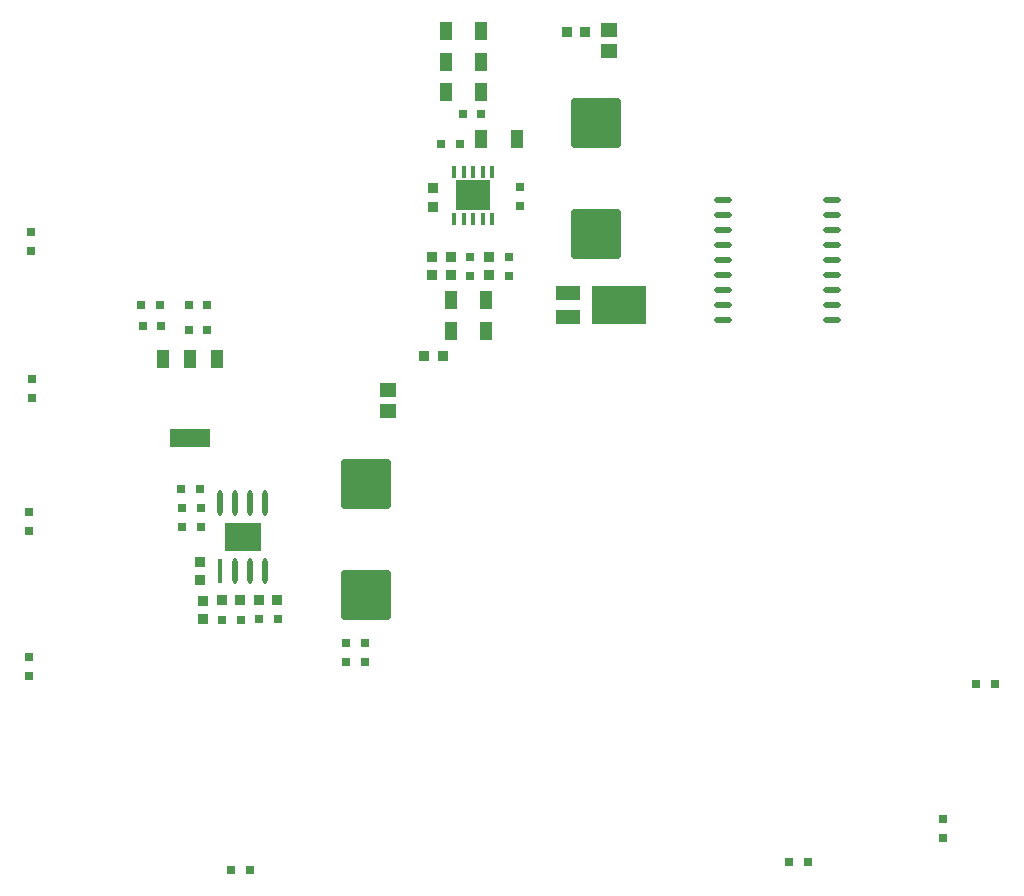
<source format=gbr>
%TF.GenerationSoftware,Altium Limited,Altium Designer,22.5.1 (42)*%
G04 Layer_Color=8421504*
%FSLAX44Y44*%
%MOMM*%
%TF.SameCoordinates,FC5E5A78-ED25-47B3-91C5-E03428921660*%
%TF.FilePolarity,Positive*%
%TF.FileFunction,Paste,Top*%
%TF.Part,Single*%
G01*
G75*
%TA.AperFunction,SMDPad,CuDef*%
%ADD11R,1.0000X1.6000*%
G04:AMPARAMS|DCode=12|XSize=1.45mm|YSize=0.43mm|CornerRadius=0.1075mm|HoleSize=0mm|Usage=FLASHONLY|Rotation=0.000|XOffset=0mm|YOffset=0mm|HoleType=Round|Shape=RoundedRectangle|*
%AMROUNDEDRECTD12*
21,1,1.4500,0.2150,0,0,0.0*
21,1,1.2350,0.4300,0,0,0.0*
1,1,0.2150,0.6175,-0.1075*
1,1,0.2150,-0.6175,-0.1075*
1,1,0.2150,-0.6175,0.1075*
1,1,0.2150,0.6175,0.1075*
%
%ADD12ROUNDEDRECTD12*%
G04:AMPARAMS|DCode=13|XSize=4.2mm|YSize=4.2mm|CornerRadius=0.21mm|HoleSize=0mm|Usage=FLASHONLY|Rotation=90.000|XOffset=0mm|YOffset=0mm|HoleType=Round|Shape=RoundedRectangle|*
%AMROUNDEDRECTD13*
21,1,4.2000,3.7800,0,0,90.0*
21,1,3.7800,4.2000,0,0,90.0*
1,1,0.4200,1.8900,1.8900*
1,1,0.4200,1.8900,-1.8900*
1,1,0.4200,-1.8900,-1.8900*
1,1,0.4200,-1.8900,1.8900*
%
%ADD13ROUNDEDRECTD13*%
%ADD14R,1.4700X1.1600*%
%ADD15R,0.8500X0.8500*%
%ADD16R,0.8000X0.8000*%
%ADD17R,0.8500X0.8500*%
%ADD18R,0.4000X1.0000*%
%ADD19R,3.0000X2.6000*%
%ADD20R,2.0000X1.3000*%
%ADD21R,4.6000X3.2000*%
%ADD22R,0.8000X0.8000*%
%ADD23R,3.1000X2.4000*%
%ADD24O,0.4500X2.1500*%
%ADD25R,0.4500X2.1500*%
%ADD26R,1.1000X1.5500*%
%ADD27R,1.1000X1.5500*%
%ADD28R,3.4500X1.5500*%
D11*
X-37000Y343000D02*
D03*
X-7000D02*
D03*
Y317000D02*
D03*
X-37000D02*
D03*
X-7000Y291000D02*
D03*
X-37000D02*
D03*
X-33000Y89458D02*
D03*
X-3000D02*
D03*
X-33000Y115000D02*
D03*
X-3000D02*
D03*
X23000Y252000D02*
D03*
X-7000D02*
D03*
D12*
X197700Y199800D02*
D03*
Y187100D02*
D03*
Y174400D02*
D03*
Y161700D02*
D03*
Y149000D02*
D03*
Y136300D02*
D03*
Y123600D02*
D03*
Y110900D02*
D03*
Y98200D02*
D03*
X290000Y199800D02*
D03*
Y187100D02*
D03*
Y174400D02*
D03*
Y161700D02*
D03*
Y149000D02*
D03*
Y136300D02*
D03*
Y123600D02*
D03*
Y110900D02*
D03*
Y98200D02*
D03*
D13*
X90000Y265000D02*
D03*
Y171000D02*
D03*
X-105000Y-134480D02*
D03*
Y-40480D02*
D03*
D14*
X100642Y326100D02*
D03*
Y343900D02*
D03*
X-86000Y21100D02*
D03*
Y38900D02*
D03*
D15*
X-55500Y68000D02*
D03*
X-40000D02*
D03*
X65250Y342043D02*
D03*
X80750D02*
D03*
X-179708Y-139000D02*
D03*
X-195208D02*
D03*
X-226750D02*
D03*
X-211250D02*
D03*
D16*
X-16708Y135642D02*
D03*
Y151643D02*
D03*
X16000Y151858D02*
D03*
Y135857D02*
D03*
X25403Y195000D02*
D03*
Y211000D02*
D03*
X-244693Y-76893D02*
D03*
Y-60893D02*
D03*
X-260985Y-76893D02*
D03*
Y-60893D02*
D03*
X-388817Y173000D02*
D03*
Y157000D02*
D03*
X-387500Y48000D02*
D03*
Y32000D02*
D03*
X-390000Y-187000D02*
D03*
Y-203000D02*
D03*
Y-64500D02*
D03*
Y-80500D02*
D03*
X384000Y-324000D02*
D03*
Y-340000D02*
D03*
D17*
X-33000Y136208D02*
D03*
Y151707D02*
D03*
X-665D02*
D03*
Y136208D02*
D03*
X-49043Y151750D02*
D03*
Y136250D02*
D03*
X-48292Y209750D02*
D03*
Y194250D02*
D03*
X-242893Y-139250D02*
D03*
Y-154750D02*
D03*
X-245000Y-121750D02*
D03*
Y-106250D02*
D03*
D18*
X2000Y184000D02*
D03*
X-6000D02*
D03*
X-14000D02*
D03*
X-22000D02*
D03*
X-30000D02*
D03*
Y224000D02*
D03*
X-22000D02*
D03*
X-14000D02*
D03*
X-6000D02*
D03*
X2000D02*
D03*
D19*
X-14000Y204000D02*
D03*
D20*
X66000Y121178D02*
D03*
Y100857D02*
D03*
D21*
X109180Y111018D02*
D03*
D22*
X-41000Y247153D02*
D03*
X-25000D02*
D03*
X412000Y-210000D02*
D03*
X428000D02*
D03*
X-7000Y273000D02*
D03*
X-23000D02*
D03*
X253750Y-360750D02*
D03*
X269750D02*
D03*
X-122000Y-191293D02*
D03*
X-106000D02*
D03*
X-122000Y-175000D02*
D03*
X-106000D02*
D03*
X-179258Y-155043D02*
D03*
X-195257D02*
D03*
X-227000Y-155293D02*
D03*
X-211000D02*
D03*
X-261000Y-45000D02*
D03*
X-245000D02*
D03*
X-219000Y-367250D02*
D03*
X-203000D02*
D03*
X-255000Y111000D02*
D03*
X-239000D02*
D03*
X-279000D02*
D03*
X-295000D02*
D03*
X-278000Y93000D02*
D03*
X-294000D02*
D03*
X-255000Y90000D02*
D03*
X-239000D02*
D03*
D23*
X-209000Y-85000D02*
D03*
D24*
X-189950Y-56250D02*
D03*
X-202650D02*
D03*
X-215350D02*
D03*
X-228050D02*
D03*
X-189950Y-113750D02*
D03*
X-202650D02*
D03*
X-215350D02*
D03*
D25*
X-228050D02*
D03*
D26*
X-254000Y65750D02*
D03*
X-277000D02*
D03*
D27*
X-231000D02*
D03*
D28*
X-254000Y-1750D02*
D03*
%TF.MD5,6429db19ba248ea7a0a2dfaf9f9dad11*%
M02*

</source>
